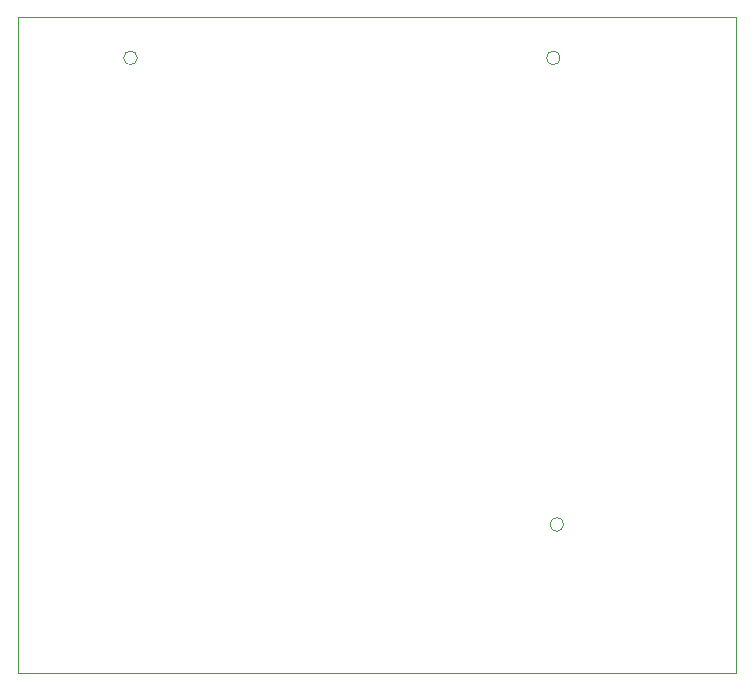
<source format=gbr>
%TF.GenerationSoftware,KiCad,Pcbnew,(5.1.8)-1*%
%TF.CreationDate,2022-03-13T17:16:43-07:00*%
%TF.ProjectId,lm5116_synchronous_buck,6c6d3531-3136-45f7-9379-6e6368726f6e,rev?*%
%TF.SameCoordinates,Original*%
%TF.FileFunction,Profile,NP*%
%FSLAX46Y46*%
G04 Gerber Fmt 4.6, Leading zero omitted, Abs format (unit mm)*
G04 Created by KiCad (PCBNEW (5.1.8)-1) date 2022-03-13 17:16:43*
%MOMM*%
%LPD*%
G01*
G04 APERTURE LIST*
%TA.AperFunction,Profile*%
%ADD10C,0.050000*%
%TD*%
G04 APERTURE END LIST*
D10*
X160376000Y-116900000D02*
G75*
G03*
X160376000Y-116900000I-576000J0D01*
G01*
X160076000Y-77400000D02*
G75*
G03*
X160076000Y-77400000I-576000J0D01*
G01*
X124276000Y-77400000D02*
G75*
G03*
X124276000Y-77400000I-576000J0D01*
G01*
X175000000Y-129500000D02*
X175000000Y-73900000D01*
X114200000Y-73900000D02*
X114200000Y-129500000D01*
X114200000Y-129500000D02*
X175000000Y-129500000D01*
X114200000Y-73900000D02*
X175000000Y-73900000D01*
M02*

</source>
